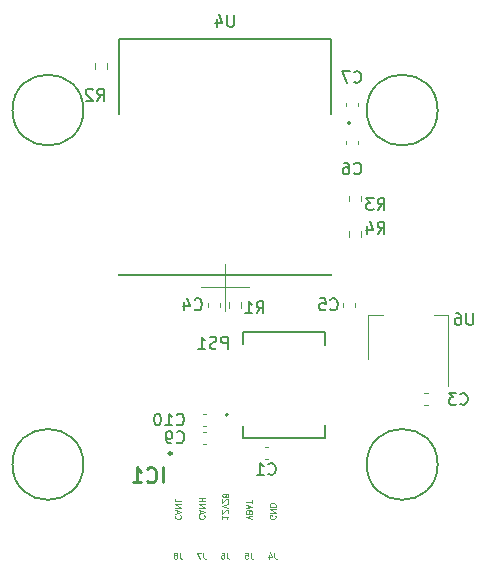
<source format=gbr>
%TF.GenerationSoftware,KiCad,Pcbnew,6.0.10-86aedd382b~118~ubuntu22.04.1*%
%TF.CreationDate,2023-03-14T18:16:05-07:00*%
%TF.ProjectId,compact-probe,636f6d70-6163-4742-9d70-726f62652e6b,rev?*%
%TF.SameCoordinates,Original*%
%TF.FileFunction,Legend,Bot*%
%TF.FilePolarity,Positive*%
%FSLAX46Y46*%
G04 Gerber Fmt 4.6, Leading zero omitted, Abs format (unit mm)*
G04 Created by KiCad (PCBNEW 6.0.10-86aedd382b~118~ubuntu22.04.1) date 2023-03-14 18:16:05*
%MOMM*%
%LPD*%
G01*
G04 APERTURE LIST*
%ADD10C,0.050000*%
%ADD11C,0.150000*%
%ADD12C,0.062500*%
%ADD13C,0.125000*%
%ADD14C,0.254000*%
%ADD15C,0.120000*%
%ADD16C,0.250000*%
%ADD17C,0.127000*%
%ADD18C,0.200000*%
G04 APERTURE END LIST*
D10*
X0Y2000000D02*
X0Y-2000000D01*
D11*
X18000000Y15000000D02*
G75*
G03*
X18000000Y15000000I-3000000J0D01*
G01*
X-12000000Y-15000000D02*
G75*
G03*
X-12000000Y-15000000I-3000000J0D01*
G01*
X18000000Y-15000000D02*
G75*
G03*
X18000000Y-15000000I-3000000J0D01*
G01*
D10*
X-2000000Y0D02*
X2000000Y0D01*
D11*
X-12000000Y15000000D02*
G75*
G03*
X-12000000Y15000000I-3000000J0D01*
G01*
D12*
X-2178571Y-19304613D02*
X-2202380Y-19328422D01*
X-2226190Y-19399851D01*
X-2226190Y-19447470D01*
X-2202380Y-19518898D01*
X-2154761Y-19566517D01*
X-2107142Y-19590327D01*
X-2011904Y-19614136D01*
X-1940476Y-19614136D01*
X-1845238Y-19590327D01*
X-1797619Y-19566517D01*
X-1750000Y-19518898D01*
X-1726190Y-19447470D01*
X-1726190Y-19399851D01*
X-1750000Y-19328422D01*
X-1773809Y-19304613D01*
X-2083333Y-19114136D02*
X-2083333Y-18876041D01*
X-2226190Y-19161755D02*
X-1726190Y-18995089D01*
X-2226190Y-18828422D01*
X-2226190Y-18661755D02*
X-1726190Y-18661755D01*
X-2226190Y-18376041D01*
X-1726190Y-18376041D01*
X-2226190Y-18137946D02*
X-1726190Y-18137946D01*
X-1964285Y-18137946D02*
X-1964285Y-17852232D01*
X-2226190Y-17852232D02*
X-1726190Y-17852232D01*
X4250000Y-19328422D02*
X4273809Y-19376041D01*
X4273809Y-19447470D01*
X4250000Y-19518898D01*
X4202380Y-19566517D01*
X4154761Y-19590327D01*
X4059523Y-19614136D01*
X3988095Y-19614136D01*
X3892857Y-19590327D01*
X3845238Y-19566517D01*
X3797619Y-19518898D01*
X3773809Y-19447470D01*
X3773809Y-19399851D01*
X3797619Y-19328422D01*
X3821428Y-19304613D01*
X3988095Y-19304613D01*
X3988095Y-19399851D01*
X3773809Y-19090327D02*
X4273809Y-19090327D01*
X3773809Y-18804613D01*
X4273809Y-18804613D01*
X3773809Y-18566517D02*
X4273809Y-18566517D01*
X4273809Y-18447470D01*
X4250000Y-18376041D01*
X4202380Y-18328422D01*
X4154761Y-18304613D01*
X4059523Y-18280803D01*
X3988095Y-18280803D01*
X3892857Y-18304613D01*
X3845238Y-18328422D01*
X3797619Y-18376041D01*
X3773809Y-18447470D01*
X3773809Y-18566517D01*
X-4178571Y-19304613D02*
X-4202380Y-19328422D01*
X-4226190Y-19399851D01*
X-4226190Y-19447470D01*
X-4202380Y-19518898D01*
X-4154761Y-19566517D01*
X-4107142Y-19590327D01*
X-4011904Y-19614136D01*
X-3940476Y-19614136D01*
X-3845238Y-19590327D01*
X-3797619Y-19566517D01*
X-3750000Y-19518898D01*
X-3726190Y-19447470D01*
X-3726190Y-19399851D01*
X-3750000Y-19328422D01*
X-3773809Y-19304613D01*
X-4083333Y-19114136D02*
X-4083333Y-18876041D01*
X-4226190Y-19161755D02*
X-3726190Y-18995089D01*
X-4226190Y-18828422D01*
X-4226190Y-18661755D02*
X-3726190Y-18661755D01*
X-4226190Y-18376041D01*
X-3726190Y-18376041D01*
X-4226190Y-17899851D02*
X-4226190Y-18137946D01*
X-3726190Y-18137946D01*
X-226190Y-19328422D02*
X-226190Y-19614136D01*
X-226190Y-19471279D02*
X273809Y-19471279D01*
X202380Y-19518898D01*
X154761Y-19566517D01*
X130952Y-19614136D01*
X226190Y-19137946D02*
X250000Y-19114136D01*
X273809Y-19066517D01*
X273809Y-18947470D01*
X250000Y-18899851D01*
X226190Y-18876041D01*
X178571Y-18852232D01*
X130952Y-18852232D01*
X59523Y-18876041D01*
X-226190Y-19161755D01*
X-226190Y-18852232D01*
X273809Y-18709375D02*
X-226190Y-18542708D01*
X273809Y-18376041D01*
X226190Y-18233184D02*
X250000Y-18209375D01*
X273809Y-18161755D01*
X273809Y-18042708D01*
X250000Y-17995089D01*
X226190Y-17971279D01*
X178571Y-17947470D01*
X130952Y-17947470D01*
X59523Y-17971279D01*
X-226190Y-18256994D01*
X-226190Y-17947470D01*
X59523Y-17661755D02*
X83333Y-17709375D01*
X107142Y-17733184D01*
X154761Y-17756994D01*
X178571Y-17756994D01*
X226190Y-17733184D01*
X250000Y-17709375D01*
X273809Y-17661755D01*
X273809Y-17566517D01*
X250000Y-17518898D01*
X226190Y-17495089D01*
X178571Y-17471279D01*
X154761Y-17471279D01*
X107142Y-17495089D01*
X83333Y-17518898D01*
X59523Y-17566517D01*
X59523Y-17661755D01*
X35714Y-17709375D01*
X11904Y-17733184D01*
X-35714Y-17756994D01*
X-130952Y-17756994D01*
X-178571Y-17733184D01*
X-202380Y-17709375D01*
X-226190Y-17661755D01*
X-226190Y-17566517D01*
X-202380Y-17518898D01*
X-178571Y-17495089D01*
X-130952Y-17471279D01*
X-35714Y-17471279D01*
X11904Y-17495089D01*
X35714Y-17518898D01*
X59523Y-17566517D01*
X2273809Y-19661755D02*
X1773809Y-19495089D01*
X2273809Y-19328422D01*
X2035714Y-18995089D02*
X2011904Y-18923660D01*
X1988095Y-18899851D01*
X1940476Y-18876041D01*
X1869047Y-18876041D01*
X1821428Y-18899851D01*
X1797619Y-18923660D01*
X1773809Y-18971279D01*
X1773809Y-19161755D01*
X2273809Y-19161755D01*
X2273809Y-18995089D01*
X2250000Y-18947470D01*
X2226190Y-18923660D01*
X2178571Y-18899851D01*
X2130952Y-18899851D01*
X2083333Y-18923660D01*
X2059523Y-18947470D01*
X2035714Y-18995089D01*
X2035714Y-19161755D01*
X1916666Y-18685565D02*
X1916666Y-18447470D01*
X1773809Y-18733184D02*
X2273809Y-18566517D01*
X1773809Y-18399851D01*
X2273809Y-18304613D02*
X2273809Y-18018898D01*
X1773809Y-18161755D02*
X2273809Y-18161755D01*
D11*
%TO.C,C9*%
X-4083333Y-13107142D02*
X-4035714Y-13154761D01*
X-3892857Y-13202380D01*
X-3797619Y-13202380D01*
X-3654761Y-13154761D01*
X-3559523Y-13059523D01*
X-3511904Y-12964285D01*
X-3464285Y-12773809D01*
X-3464285Y-12630952D01*
X-3511904Y-12440476D01*
X-3559523Y-12345238D01*
X-3654761Y-12250000D01*
X-3797619Y-12202380D01*
X-3892857Y-12202380D01*
X-4035714Y-12250000D01*
X-4083333Y-12297619D01*
X-4559523Y-13202380D02*
X-4749999Y-13202380D01*
X-4845238Y-13154761D01*
X-4892857Y-13107142D01*
X-4988095Y-12964285D01*
X-5035714Y-12773809D01*
X-5035714Y-12392857D01*
X-4988095Y-12297619D01*
X-4940476Y-12250000D01*
X-4845238Y-12202380D01*
X-4654761Y-12202380D01*
X-4559523Y-12250000D01*
X-4511904Y-12297619D01*
X-4464285Y-12392857D01*
X-4464285Y-12630952D01*
X-4511904Y-12726190D01*
X-4559523Y-12773809D01*
X-4654761Y-12821428D01*
X-4845238Y-12821428D01*
X-4940476Y-12773809D01*
X-4988095Y-12726190D01*
X-5035714Y-12630952D01*
%TO.C,U6*%
X21011904Y-2202380D02*
X21011904Y-3011904D01*
X20964285Y-3107142D01*
X20916666Y-3154761D01*
X20821428Y-3202380D01*
X20630952Y-3202380D01*
X20535714Y-3154761D01*
X20488095Y-3107142D01*
X20440476Y-3011904D01*
X20440476Y-2202380D01*
X19535714Y-2202380D02*
X19726190Y-2202380D01*
X19821428Y-2250000D01*
X19869047Y-2297619D01*
X19964285Y-2440476D01*
X20011904Y-2630952D01*
X20011904Y-3011904D01*
X19964285Y-3107142D01*
X19916666Y-3154761D01*
X19821428Y-3202380D01*
X19630952Y-3202380D01*
X19535714Y-3154761D01*
X19488095Y-3107142D01*
X19440476Y-3011904D01*
X19440476Y-2773809D01*
X19488095Y-2678571D01*
X19535714Y-2630952D01*
X19630952Y-2583333D01*
X19821428Y-2583333D01*
X19916666Y-2630952D01*
X19964285Y-2678571D01*
X20011904Y-2773809D01*
%TO.C,C5*%
X8916666Y-1857142D02*
X8964285Y-1904761D01*
X9107142Y-1952380D01*
X9202380Y-1952380D01*
X9345238Y-1904761D01*
X9440476Y-1809523D01*
X9488095Y-1714285D01*
X9535714Y-1523809D01*
X9535714Y-1380952D01*
X9488095Y-1190476D01*
X9440476Y-1095238D01*
X9345238Y-1000000D01*
X9202380Y-952380D01*
X9107142Y-952380D01*
X8964285Y-1000000D01*
X8916666Y-1047619D01*
X8011904Y-952380D02*
X8488095Y-952380D01*
X8535714Y-1428571D01*
X8488095Y-1380952D01*
X8392857Y-1333333D01*
X8154761Y-1333333D01*
X8059523Y-1380952D01*
X8011904Y-1428571D01*
X7964285Y-1523809D01*
X7964285Y-1761904D01*
X8011904Y-1857142D01*
X8059523Y-1904761D01*
X8154761Y-1952380D01*
X8392857Y-1952380D01*
X8488095Y-1904761D01*
X8535714Y-1857142D01*
D13*
%TO.C,J6*%
X166666Y-22476190D02*
X166666Y-22833333D01*
X190476Y-22904761D01*
X238095Y-22952380D01*
X309523Y-22976190D01*
X357142Y-22976190D01*
X-285714Y-22476190D02*
X-190476Y-22476190D01*
X-142857Y-22500000D01*
X-119047Y-22523809D01*
X-71428Y-22595238D01*
X-47619Y-22690476D01*
X-47619Y-22880952D01*
X-71428Y-22928571D01*
X-95238Y-22952380D01*
X-142857Y-22976190D01*
X-238095Y-22976190D01*
X-285714Y-22952380D01*
X-309523Y-22928571D01*
X-333333Y-22880952D01*
X-333333Y-22761904D01*
X-309523Y-22714285D01*
X-285714Y-22690476D01*
X-238095Y-22666666D01*
X-142857Y-22666666D01*
X-95238Y-22690476D01*
X-71428Y-22714285D01*
X-47619Y-22761904D01*
D11*
%TO.C,C1*%
X3666666Y-15787142D02*
X3714285Y-15834761D01*
X3857142Y-15882380D01*
X3952380Y-15882380D01*
X4095238Y-15834761D01*
X4190476Y-15739523D01*
X4238095Y-15644285D01*
X4285714Y-15453809D01*
X4285714Y-15310952D01*
X4238095Y-15120476D01*
X4190476Y-15025238D01*
X4095238Y-14930000D01*
X3952380Y-14882380D01*
X3857142Y-14882380D01*
X3714285Y-14930000D01*
X3666666Y-14977619D01*
X2714285Y-15882380D02*
X3285714Y-15882380D01*
X3000000Y-15882380D02*
X3000000Y-14882380D01*
X3095238Y-15025238D01*
X3190476Y-15120476D01*
X3285714Y-15168095D01*
%TO.C,C6*%
X10916666Y9642857D02*
X10964285Y9595238D01*
X11107142Y9547619D01*
X11202380Y9547619D01*
X11345238Y9595238D01*
X11440476Y9690476D01*
X11488095Y9785714D01*
X11535714Y9976190D01*
X11535714Y10119047D01*
X11488095Y10309523D01*
X11440476Y10404761D01*
X11345238Y10500000D01*
X11202380Y10547619D01*
X11107142Y10547619D01*
X10964285Y10500000D01*
X10916666Y10452380D01*
X10059523Y10547619D02*
X10250000Y10547619D01*
X10345238Y10500000D01*
X10392857Y10452380D01*
X10488095Y10309523D01*
X10535714Y10119047D01*
X10535714Y9738095D01*
X10488095Y9642857D01*
X10440476Y9595238D01*
X10345238Y9547619D01*
X10154761Y9547619D01*
X10059523Y9595238D01*
X10011904Y9642857D01*
X9964285Y9738095D01*
X9964285Y9976190D01*
X10011904Y10071428D01*
X10059523Y10119047D01*
X10154761Y10166666D01*
X10345238Y10166666D01*
X10440476Y10119047D01*
X10488095Y10071428D01*
X10535714Y9976190D01*
D13*
%TO.C,J5*%
X2166666Y-22476190D02*
X2166666Y-22833333D01*
X2190476Y-22904761D01*
X2238095Y-22952380D01*
X2309523Y-22976190D01*
X2357142Y-22976190D01*
X1690476Y-22476190D02*
X1928571Y-22476190D01*
X1952380Y-22714285D01*
X1928571Y-22690476D01*
X1880952Y-22666666D01*
X1761904Y-22666666D01*
X1714285Y-22690476D01*
X1690476Y-22714285D01*
X1666666Y-22761904D01*
X1666666Y-22880952D01*
X1690476Y-22928571D01*
X1714285Y-22952380D01*
X1761904Y-22976190D01*
X1880952Y-22976190D01*
X1928571Y-22952380D01*
X1952380Y-22928571D01*
%TO.C,J4*%
X4166666Y-22476190D02*
X4166666Y-22833333D01*
X4190476Y-22904761D01*
X4238095Y-22952380D01*
X4309523Y-22976190D01*
X4357142Y-22976190D01*
X3714285Y-22642857D02*
X3714285Y-22976190D01*
X3833333Y-22452380D02*
X3952380Y-22809523D01*
X3642857Y-22809523D01*
%TO.C,J8*%
X-3833333Y-22476190D02*
X-3833333Y-22833333D01*
X-3809523Y-22904761D01*
X-3761904Y-22952380D01*
X-3690476Y-22976190D01*
X-3642857Y-22976190D01*
X-4142857Y-22690476D02*
X-4095238Y-22666666D01*
X-4071428Y-22642857D01*
X-4047619Y-22595238D01*
X-4047619Y-22571428D01*
X-4071428Y-22523809D01*
X-4095238Y-22500000D01*
X-4142857Y-22476190D01*
X-4238095Y-22476190D01*
X-4285714Y-22500000D01*
X-4309523Y-22523809D01*
X-4333333Y-22571428D01*
X-4333333Y-22595238D01*
X-4309523Y-22642857D01*
X-4285714Y-22666666D01*
X-4238095Y-22690476D01*
X-4142857Y-22690476D01*
X-4095238Y-22714285D01*
X-4071428Y-22738095D01*
X-4047619Y-22785714D01*
X-4047619Y-22880952D01*
X-4071428Y-22928571D01*
X-4095238Y-22952380D01*
X-4142857Y-22976190D01*
X-4238095Y-22976190D01*
X-4285714Y-22952380D01*
X-4309523Y-22928571D01*
X-4333333Y-22880952D01*
X-4333333Y-22785714D01*
X-4309523Y-22738095D01*
X-4285714Y-22714285D01*
X-4238095Y-22690476D01*
D11*
%TO.C,R4*%
X12916666Y4547619D02*
X13250000Y5023809D01*
X13488095Y4547619D02*
X13488095Y5547619D01*
X13107142Y5547619D01*
X13011904Y5500000D01*
X12964285Y5452380D01*
X12916666Y5357142D01*
X12916666Y5214285D01*
X12964285Y5119047D01*
X13011904Y5071428D01*
X13107142Y5023809D01*
X13488095Y5023809D01*
X12059523Y5214285D02*
X12059523Y4547619D01*
X12297619Y5595238D02*
X12535714Y4880952D01*
X11916666Y4880952D01*
D14*
%TO.C,IC1*%
X-5260238Y-16524523D02*
X-5260238Y-15254523D01*
X-6590714Y-16403571D02*
X-6530238Y-16464047D01*
X-6348809Y-16524523D01*
X-6227857Y-16524523D01*
X-6046428Y-16464047D01*
X-5925476Y-16343095D01*
X-5865000Y-16222142D01*
X-5804523Y-15980238D01*
X-5804523Y-15798809D01*
X-5865000Y-15556904D01*
X-5925476Y-15435952D01*
X-6046428Y-15315000D01*
X-6227857Y-15254523D01*
X-6348809Y-15254523D01*
X-6530238Y-15315000D01*
X-6590714Y-15375476D01*
X-7800238Y-16524523D02*
X-7074523Y-16524523D01*
X-7437380Y-16524523D02*
X-7437380Y-15254523D01*
X-7316428Y-15435952D01*
X-7195476Y-15556904D01*
X-7074523Y-15617380D01*
D11*
%TO.C,R1*%
X2666666Y-2202380D02*
X3000000Y-1726190D01*
X3238095Y-2202380D02*
X3238095Y-1202380D01*
X2857142Y-1202380D01*
X2761904Y-1250000D01*
X2714285Y-1297619D01*
X2666666Y-1392857D01*
X2666666Y-1535714D01*
X2714285Y-1630952D01*
X2761904Y-1678571D01*
X2857142Y-1726190D01*
X3238095Y-1726190D01*
X1714285Y-2202380D02*
X2285714Y-2202380D01*
X2000000Y-2202380D02*
X2000000Y-1202380D01*
X2095238Y-1345238D01*
X2190476Y-1440476D01*
X2285714Y-1488095D01*
%TO.C,C7*%
X10916666Y17392857D02*
X10964285Y17345238D01*
X11107142Y17297619D01*
X11202380Y17297619D01*
X11345238Y17345238D01*
X11440476Y17440476D01*
X11488095Y17535714D01*
X11535714Y17726190D01*
X11535714Y17869047D01*
X11488095Y18059523D01*
X11440476Y18154761D01*
X11345238Y18250000D01*
X11202380Y18297619D01*
X11107142Y18297619D01*
X10964285Y18250000D01*
X10916666Y18202380D01*
X10583333Y18297619D02*
X9916666Y18297619D01*
X10345238Y17297619D01*
%TO.C,C10*%
X-4107142Y-11607142D02*
X-4059523Y-11654761D01*
X-3916666Y-11702380D01*
X-3821428Y-11702380D01*
X-3678571Y-11654761D01*
X-3583333Y-11559523D01*
X-3535714Y-11464285D01*
X-3488095Y-11273809D01*
X-3488095Y-11130952D01*
X-3535714Y-10940476D01*
X-3583333Y-10845238D01*
X-3678571Y-10750000D01*
X-3821428Y-10702380D01*
X-3916666Y-10702380D01*
X-4059523Y-10750000D01*
X-4107142Y-10797619D01*
X-5059523Y-11702380D02*
X-4488095Y-11702380D01*
X-4773809Y-11702380D02*
X-4773809Y-10702380D01*
X-4678571Y-10845238D01*
X-4583333Y-10940476D01*
X-4488095Y-10988095D01*
X-5678571Y-10702380D02*
X-5773809Y-10702380D01*
X-5869047Y-10750000D01*
X-5916666Y-10797619D01*
X-5964285Y-10892857D01*
X-6011904Y-11083333D01*
X-6011904Y-11321428D01*
X-5964285Y-11511904D01*
X-5916666Y-11607142D01*
X-5869047Y-11654761D01*
X-5773809Y-11702380D01*
X-5678571Y-11702380D01*
X-5583333Y-11654761D01*
X-5535714Y-11607142D01*
X-5488095Y-11511904D01*
X-5440476Y-11321428D01*
X-5440476Y-11083333D01*
X-5488095Y-10892857D01*
X-5535714Y-10797619D01*
X-5583333Y-10750000D01*
X-5678571Y-10702380D01*
%TO.C,R2*%
X-10833333Y15797619D02*
X-10500000Y16273809D01*
X-10261904Y15797619D02*
X-10261904Y16797619D01*
X-10642857Y16797619D01*
X-10738095Y16750000D01*
X-10785714Y16702380D01*
X-10833333Y16607142D01*
X-10833333Y16464285D01*
X-10785714Y16369047D01*
X-10738095Y16321428D01*
X-10642857Y16273809D01*
X-10261904Y16273809D01*
X-11214285Y16702380D02*
X-11261904Y16750000D01*
X-11357142Y16797619D01*
X-11595238Y16797619D01*
X-11690476Y16750000D01*
X-11738095Y16702380D01*
X-11785714Y16607142D01*
X-11785714Y16511904D01*
X-11738095Y16369047D01*
X-11166666Y15797619D01*
X-11785714Y15797619D01*
%TO.C,U4*%
X761904Y23047619D02*
X761904Y22238095D01*
X714285Y22142857D01*
X666666Y22095238D01*
X571428Y22047619D01*
X380952Y22047619D01*
X285714Y22095238D01*
X238095Y22142857D01*
X190476Y22238095D01*
X190476Y23047619D01*
X-714285Y22714285D02*
X-714285Y22047619D01*
X-476190Y23095238D02*
X-238095Y22380952D01*
X-857142Y22380952D01*
D13*
%TO.C,J7*%
X-1833333Y-22476190D02*
X-1833333Y-22833333D01*
X-1809523Y-22904761D01*
X-1761904Y-22952380D01*
X-1690476Y-22976190D01*
X-1642857Y-22976190D01*
X-2023809Y-22476190D02*
X-2357142Y-22476190D01*
X-2142857Y-22976190D01*
D11*
%TO.C,PS1*%
X214285Y-5202380D02*
X214285Y-4202380D01*
X-166666Y-4202380D01*
X-261904Y-4250000D01*
X-309523Y-4297619D01*
X-357142Y-4392857D01*
X-357142Y-4535714D01*
X-309523Y-4630952D01*
X-261904Y-4678571D01*
X-166666Y-4726190D01*
X214285Y-4726190D01*
X-738095Y-5154761D02*
X-880952Y-5202380D01*
X-1119047Y-5202380D01*
X-1214285Y-5154761D01*
X-1261904Y-5107142D01*
X-1309523Y-5011904D01*
X-1309523Y-4916666D01*
X-1261904Y-4821428D01*
X-1214285Y-4773809D01*
X-1119047Y-4726190D01*
X-928571Y-4678571D01*
X-833333Y-4630952D01*
X-785714Y-4583333D01*
X-738095Y-4488095D01*
X-738095Y-4392857D01*
X-785714Y-4297619D01*
X-833333Y-4250000D01*
X-928571Y-4202380D01*
X-1166666Y-4202380D01*
X-1309523Y-4250000D01*
X-2261904Y-5202380D02*
X-1690476Y-5202380D01*
X-1976190Y-5202380D02*
X-1976190Y-4202380D01*
X-1880952Y-4345238D01*
X-1785714Y-4440476D01*
X-1690476Y-4488095D01*
%TO.C,R3*%
X12916666Y6547619D02*
X13250000Y7023809D01*
X13488095Y6547619D02*
X13488095Y7547619D01*
X13107142Y7547619D01*
X13011904Y7500000D01*
X12964285Y7452380D01*
X12916666Y7357142D01*
X12916666Y7214285D01*
X12964285Y7119047D01*
X13011904Y7071428D01*
X13107142Y7023809D01*
X13488095Y7023809D01*
X12583333Y7547619D02*
X11964285Y7547619D01*
X12297619Y7166666D01*
X12154761Y7166666D01*
X12059523Y7119047D01*
X12011904Y7071428D01*
X11964285Y6976190D01*
X11964285Y6738095D01*
X12011904Y6642857D01*
X12059523Y6595238D01*
X12154761Y6547619D01*
X12440476Y6547619D01*
X12535714Y6595238D01*
X12583333Y6642857D01*
%TO.C,C4*%
X-2583333Y-1857142D02*
X-2535714Y-1904761D01*
X-2392857Y-1952380D01*
X-2297619Y-1952380D01*
X-2154761Y-1904761D01*
X-2059523Y-1809523D01*
X-2011904Y-1714285D01*
X-1964285Y-1523809D01*
X-1964285Y-1380952D01*
X-2011904Y-1190476D01*
X-2059523Y-1095238D01*
X-2154761Y-1000000D01*
X-2297619Y-952380D01*
X-2392857Y-952380D01*
X-2535714Y-1000000D01*
X-2583333Y-1047619D01*
X-3440476Y-1285714D02*
X-3440476Y-1952380D01*
X-3202380Y-904761D02*
X-2964285Y-1619047D01*
X-3583333Y-1619047D01*
%TO.C,C3*%
X19916666Y-9857142D02*
X19964285Y-9904761D01*
X20107142Y-9952380D01*
X20202380Y-9952380D01*
X20345238Y-9904761D01*
X20440476Y-9809523D01*
X20488095Y-9714285D01*
X20535714Y-9523809D01*
X20535714Y-9380952D01*
X20488095Y-9190476D01*
X20440476Y-9095238D01*
X20345238Y-9000000D01*
X20202380Y-8952380D01*
X20107142Y-8952380D01*
X19964285Y-9000000D01*
X19916666Y-9047619D01*
X19583333Y-8952380D02*
X18964285Y-8952380D01*
X19297619Y-9333333D01*
X19154761Y-9333333D01*
X19059523Y-9380952D01*
X19011904Y-9428571D01*
X18964285Y-9523809D01*
X18964285Y-9761904D01*
X19011904Y-9857142D01*
X19059523Y-9904761D01*
X19154761Y-9952380D01*
X19440476Y-9952380D01*
X19535714Y-9904761D01*
X19583333Y-9857142D01*
D15*
%TO.C,C9*%
X-1890580Y-12240000D02*
X-1609420Y-12240000D01*
X-1890580Y-13260000D02*
X-1609420Y-13260000D01*
%TO.C,U6*%
X18910000Y-8350000D02*
X18910000Y-2340000D01*
X12090000Y-2340000D02*
X13350000Y-2340000D01*
X12090000Y-6100000D02*
X12090000Y-2340000D01*
X18910000Y-2340000D02*
X17650000Y-2340000D01*
%TO.C,C5*%
X9990000Y-1640580D02*
X9990000Y-1359420D01*
X11010000Y-1640580D02*
X11010000Y-1359420D01*
%TO.C,C1*%
X3359420Y-14510000D02*
X3640580Y-14510000D01*
X3359420Y-13490000D02*
X3640580Y-13490000D01*
%TO.C,C6*%
X11260000Y12390580D02*
X11260000Y12109420D01*
X10240000Y12390580D02*
X10240000Y12109420D01*
%TO.C,R4*%
X11522500Y4262742D02*
X11522500Y4737258D01*
X10477500Y4262742D02*
X10477500Y4737258D01*
D16*
%TO.C,IC1*%
X-4525000Y-14075000D02*
G75*
G03*
X-4525000Y-14075000I-125000J0D01*
G01*
D15*
%TO.C,R1*%
X1372500Y-1737258D02*
X1372500Y-1262742D01*
X327500Y-1737258D02*
X327500Y-1262742D01*
%TO.C,C7*%
X11260000Y15359420D02*
X11260000Y15640580D01*
X10240000Y15359420D02*
X10240000Y15640580D01*
%TO.C,C10*%
X-1865580Y-11760000D02*
X-1584420Y-11760000D01*
X-1865580Y-10740000D02*
X-1584420Y-10740000D01*
%TO.C,R2*%
X-9977500Y18987258D02*
X-9977500Y18512742D01*
X-11022500Y18987258D02*
X-11022500Y18512742D01*
D17*
%TO.C,U4*%
X9000000Y21000000D02*
X9000000Y14670000D01*
X-9000000Y21000000D02*
X9000000Y21000000D01*
X9000000Y1000000D02*
X9000000Y1130000D01*
X-9000000Y14670000D02*
X-9000000Y21000000D01*
X9000000Y1000000D02*
X-9000000Y1000000D01*
X-9000000Y1000000D02*
X-9000000Y1130000D01*
D18*
X10600000Y13900000D02*
G75*
G03*
X10600000Y13900000I-100000J0D01*
G01*
D17*
%TO.C,PS1*%
X1500000Y-3750000D02*
X1500000Y-4765000D01*
X8500000Y-12750000D02*
X8500000Y-11635000D01*
X1500000Y-11735000D02*
X1500000Y-12750000D01*
X8500000Y-3750000D02*
X1500000Y-3750000D01*
X1500000Y-12750000D02*
X8500000Y-12750000D01*
X8500000Y-3750000D02*
X8500000Y-4865000D01*
D18*
X250000Y-10790000D02*
G75*
G03*
X250000Y-10790000I-100000J0D01*
G01*
D15*
%TO.C,R3*%
X10477500Y7737258D02*
X10477500Y7262742D01*
X11522500Y7737258D02*
X11522500Y7262742D01*
%TO.C,C4*%
X-1410000Y-1359420D02*
X-1410000Y-1640580D01*
X-390000Y-1359420D02*
X-390000Y-1640580D01*
%TO.C,C3*%
X17140580Y-10010000D02*
X16859420Y-10010000D01*
X17140580Y-8990000D02*
X16859420Y-8990000D01*
%TD*%
M02*

</source>
